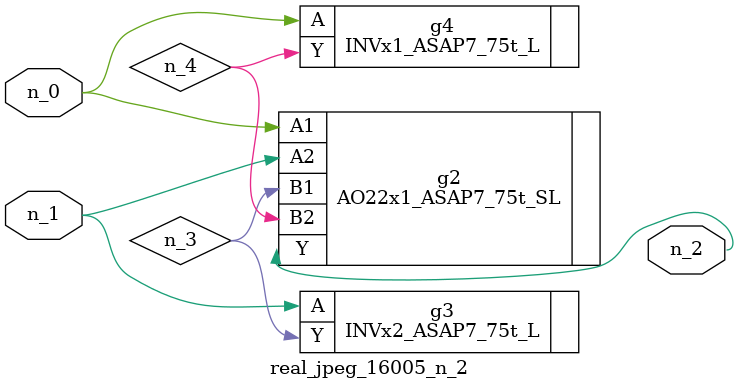
<source format=v>
module real_jpeg_16005_n_2 (n_1, n_0, n_2);

input n_1;
input n_0;

output n_2;

wire n_4;
wire n_3;

AO22x1_ASAP7_75t_SL g2 ( 
.A1(n_0),
.A2(n_1),
.B1(n_3),
.B2(n_4),
.Y(n_2)
);

INVx1_ASAP7_75t_L g4 ( 
.A(n_0),
.Y(n_4)
);

INVx2_ASAP7_75t_L g3 ( 
.A(n_1),
.Y(n_3)
);


endmodule
</source>
